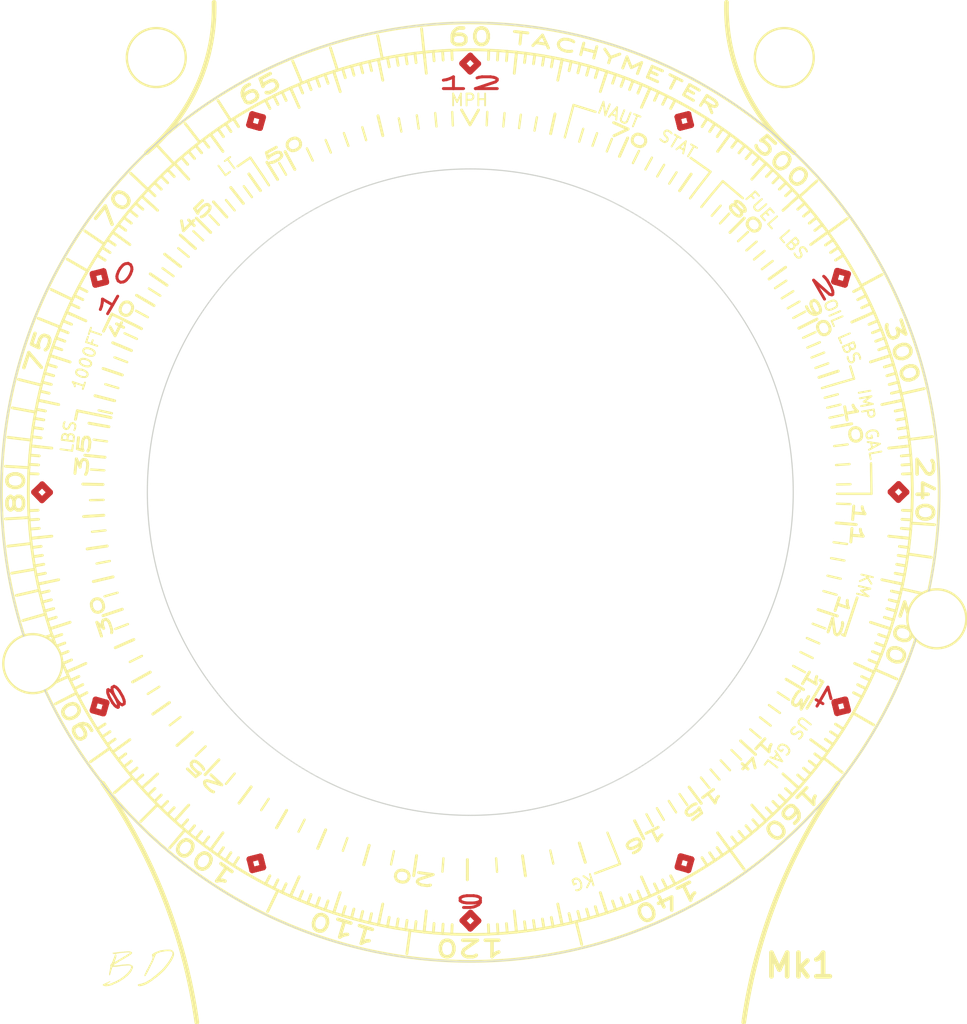
<source format=kicad_pcb>
(kicad_pcb (version 20211014) (generator pcbnew)
  (layers (0 "F.Cu" signal) (31 "B.Cu" signal) (34 "B.Paste" user) (35 "F.Paste" user) (36 "B.SilkS" user "B.Silkscreen") (37 "F.SilkS" user "F.Silkscreen") (38 "B.Mask" user) (39 "F.Mask" user) (44 "Edge.Cuts" user))
  (net 0 "")
  (footprint "BartLib_Logo:BD_small 3.5x2.6" (layer "F.Cu") (at 185.929147 120.156866)
    (fp_text reference "G***" hide)
    (fp_text value "LOGO" hide)
  )
  (gr_line (start 200 81.5) (end 199.66 81.83) (layer "F.Cu") (width 0.25))
  (gr_line (start 209.25 83.97853) (end 208.790551 84.094318) (layer "F.Cu") (width 0.25))
  (gr_line (start 199.66 81.83) (end 199.99 82.17) (layer "F.Cu") (width 0.25))
  (gr_line (start 215.905682 108.790551) (end 215.446233 108.906339) (layer "F.Cu") (width 0.25))
  (gr_line (start 218.16 100.33) (end 217.83 99.99) (layer "F.Cu") (width 0.25))
  (gr_line (start 184.437979 90.634212) (end 184.553767 91.093661) (layer "F.Cu") (width 0.25))
  (gr_line (start 216.02147 90.75) (end 215.565682 90.620551) (layer "F.Cu") (width 0.25))
  (gr_line (start 181.84 99.67) (end 182.17 100.01) (layer "F.Cu") (width 0.25))
  (gr_line (start 200 81.5) (end 199.66 81.83) (layer "F.Cu") (width 0.25))
  (gr_line (start 181.5 100) (end 181.83 100.34) (layer "F.Cu") (width 0.25))
  (gr_line (start 190.620551 84.434318) (end 191.076339 84.563767) (layer "F.Cu") (width 0.25))
  (gr_line (start 181.5 100) (end 181.83 100.34) (layer "F.Cu") (width 0.25))
  (gr_line (start 184.434318 109.379449) (end 184.563767 108.923661) (layer "F.Cu") (width 0.25))
  (gr_line (start 209.25 83.97853) (end 209.365788 84.437979) (layer "F.Cu") (width 0.25))
  (gr_line (start 209.25 116.02147) (end 209.379449 115.565682) (layer "F.Cu") (width 0.25))
  (gr_line (start 191.205788 84.107979) (end 191.076339 84.563767) (layer "F.Cu") (width 0.25))
  (gr_line (start 209.379449 115.565682) (end 208.923661 115.436233) (layer "F.Cu") (width 0.25))
  (gr_line (start 181.5 100) (end 181.83 100.34) (layer "F.Cu") (width 0.25))
  (gr_line (start 190.620551 84.434318) (end 191.076339 84.563767) (layer "F.Cu") (width 0.25))
  (gr_line (start 190.75 116.02147) (end 191.209449 115.905682) (layer "F.Cu") (width 0.25))
  (gr_line (start 209.25 83.97853) (end 208.790551 84.094318) (layer "F.Cu") (width 0.25))
  (gr_line (start 209.379449 115.565682) (end 208.923661 115.436233) (layer "F.Cu") (width 0.25))
  (gr_line (start 190.75 83.97853) (end 190.620551 84.434318) (layer "F.Cu") (width 0.25))
  (gr_line (start 216.02147 109.25) (end 215.562021 109.365788) (layer "F.Cu") (width 0.25))
  (gr_line (start 200 118.5) (end 200.34 118.17) (layer "F.Cu") (width 0.25))
  (gr_line (start 200 81.5) (end 200.33 81.84) (layer "F.Cu") (width 0.25))
  (gr_line (start 208.790551 84.094318) (end 208.906339 84.553767) (layer "F.Cu") (width 0.25))
  (gr_line (start 218.5 100) (end 218.17 99.66) (layer "F.Cu") (width 0.25))
  (gr_line (start 218.5 100) (end 218.17 99.66) (layer "F.Cu") (width 0.25))
  (gr_line (start 200.33 81.84) (end 199.99 82.17) (layer "F.Cu") (width 0.25))
  (gr_line (start 209.25 116.02147) (end 209.379449 115.565682) (layer "F.Cu") (width 0.25))
  (gr_line (start 215.892021 91.205788) (end 215.436233 91.076339) (layer "F.Cu") (width 0.25))
  (gr_line (start 216.02147 90.75) (end 215.565682 90.620551) (layer "F.Cu") (width 0.25))
  (gr_line (start 183.97853 109.25) (end 184.434318 109.379449) (layer "F.Cu") (width 0.25))
  (gr_line (start 215.565682 90.620551) (end 215.436233 91.076339) (layer "F.Cu") (width 0.25))
  (gr_line (start 184.437979 90.634212) (end 184.553767 91.093661) (layer "F.Cu") (width 0.25))
  (gr_line (start 208.794212 115.892021) (end 208.923661 115.436233) (layer "F.Cu") (width 0.25))
  (gr_line (start 190.75 116.02147) (end 190.634212 115.562021) (layer "F.Cu") (width 0.25))
  (gr_line (start 215.562021 109.365788) (end 215.446233 108.906339) (layer "F.Cu") (width 0.25))
  (gr_line (start 200 118.5) (end 200.34 118.17) (layer "F.Cu") (width 0.25))
  (gr_line (start 190.75 83.97853) (end 191.205788 84.107979) (layer "F.Cu") (width 0.25))
  (gr_line (start 190.634212 115.562021) (end 191.093661 115.446233) (layer "F.Cu") (width 0.25))
  (gr_line (start 181.83 100.34) (end 182.17 100.01) (layer "F.Cu") (width 0.25))
  (gr_line (start 218.5 100) (end 218.17 99.66) (layer "F.Cu") (width 0.25))
  (gr_line (start 215.892021 91.205788) (end 215.436233 91.076339) (layer "F.Cu") (width 0.25))
  (gr_line (start 218.17 99.66) (end 217.83 99.99) (layer "F.Cu") (width 0.25))
  (gr_line (start 200.34 118.17) (end 200.01 117.83) (layer "F.Cu") (width 0.25))
  (gr_line (start 190.75 116.02147) (end 191.209449 115.905682) (layer "F.Cu") (width 0.25))
  (gr_line (start 200.33 81.84) (end 199.99 82.17) (layer "F.Cu") (width 0.25))
  (gr_line (start 215.892021 91.205788) (end 215.436233 91.076339) (layer "F.Cu") (width 0.25))
  (gr_line (start 215.905682 108.790551) (end 215.446233 108.906339) (layer "F.Cu") (width 0.25))
  (gr_line (start 209.365788 84.437979) (end 208.906339 84.553767) (layer "F.Cu") (width 0.25))
  (gr_line (start 190.75 116.02147) (end 191.209449 115.905682) (layer "F.Cu") (width 0.25))
  (gr_line (start 191.209449 115.905682) (end 191.093661 115.446233) (layer "F.Cu") (width 0.25))
  (gr_line (start 218.5 100) (end 218.16 100.33) (layer "F.Cu") (width 0.25))
  (gr_line (start 183.97853 90.75) (end 184.094318 91.209449) (layer "F.Cu") (width 0.25))
  (gr_line (start 218.16 100.33) (end 217.83 99.99) (layer "F.Cu") (width 0.25))
  (gr_line (start 183.97853 90.75) (end 184.094318 91.209449) (layer "F.Cu") (width 0.25))
  (gr_line (start 190.75 83.97853) (end 190.620551 84.434318) (layer "F.Cu") (width 0.25))
  (gr_line (start 181.83 100.34) (end 182.17 100.01) (layer "F.Cu") (width 0.25))
  (gr_line (start 209.379449 115.565682) (end 208.923661 115.436233) (layer "F.Cu") (width 0.25))
  (gr_line (start 209.25 83.97853) (end 208.790551 84.094318) (layer "F.Cu") (width 0.25))
  (gr_line (start 183.97853 109.25) (end 184.434318 109.379449) (layer "F.Cu") (width 0.25))
  (gr_line (start 190.634212 115.562021) (end 191.093661 115.446233) (layer "F.Cu") (width 0.25))
  (gr_line (start 199.67 118.16) (end 200.01 117.83) (layer "F.Cu") (width 0.25))
  (gr_line (start 215.562021 109.365788) (end 215.446233 108.906339) (layer "F.Cu") (width 0.25))
  (gr_line (start 215.562021 109.365788) (end 215.446233 108.906339) (layer "F.Cu") (width 0.25))
  (gr_line (start 184.434318 109.379449) (end 184.563767 108.923661) (layer "F.Cu") (width 0.25))
  (gr_line (start 216.02147 109.25) (end 215.905682 108.790551) (layer "F.Cu") (width 0.25))
  (gr_line (start 209.365788 84.437979) (end 208.906339 84.553767) (layer "F.Cu") (width 0.25))
  (gr_line (start 216.02147 109.25) (end 215.905682 108.790551) (layer "F.Cu") (width 0.25))
  (gr_line (start 218.17 99.66) (end 217.83 99.99) (layer "F.Cu") (width 0.25))
  (gr_line (start 216.02147 109.25) (end 215.905682 108.790551) (layer "F.Cu") (width 0.25))
  (gr_line (start 200.33 81.84) (end 199.99 82.17) (layer "F.Cu") (width 0.25))
  (gr_line (start 200 81.5) (end 199.66 81.83) (layer "F.Cu") (width 0.25))
  (gr_line (start 209.365788 84.437979) (end 208.906339 84.553767) (layer "F.Cu") (width 0.25))
  (gr_line (start 218.16 100.33) (end 217.83 99.99) (layer "F.Cu") (width 0.25))
  (gr_line (start 183.97853 109.25) (end 184.434318 109.379449) (layer "F.Cu") (width 0.25))
  (gr_line (start 184.107979 108.794212) (end 184.563767 108.923661) (layer "F.Cu") (width 0.25))
  (gr_line (start 181.84 99.67) (end 182.17 100.01) (layer "F.Cu") (width 0.25))
  (gr_line (start 190.634212 115.562021) (end 191.093661 115.446233) (layer "F.Cu") (width 0.25))
  (gr_line (start 208.794212 115.892021) (end 208.923661 115.436233) (layer "F.Cu") (width 0.25))
  (gr_line (start 191.205788 84.107979) (end 191.076339 84.563767) (layer "F.Cu") (width 0.25))
  (gr_line (start 190.75 83.97853) (end 190.620551 84.434318) (layer "F.Cu") (width 0.25))
  (gr_line (start 200.34 118.17) (end 200.01 117.83) (layer "F.Cu") (width 0.25))
  (gr_line (start 184.094318 91.209449) (end 184.553767 91.093661) (layer "F.Cu") (width 0.25))
  (gr_line (start 208.794212 115.892021) (end 208.923661 115.436233) (layer "F.Cu") (width 0.25))
  (gr_line (start 191.209449 115.905682) (end 191.093661 115.446233) (layer "F.Cu") (width 0.25))
  (gr_line (start 200.34 118.17) (end 200.01 117.83) (layer "F.Cu") (width 0.25))
  (gr_line (start 181.84 99.67) (end 182.17 100.01) (layer "F.Cu") (width 0.25))
  (gr_line (start 184.107979 108.794212) (end 184.563767 108.923661) (layer "F.Cu") (width 0.25))
  (gr_line (start 191.209449 115.905682) (end 191.093661 115.446233) (layer "F.Cu") (width 0.25))
  (gr_line (start 216.02147 90.75) (end 215.565682 90.620551) (layer "F.Cu") (width 0.25))
  (gr_line (start 184.094318 91.209449) (end 184.553767 91.093661) (layer "F.Cu") (width 0.25))
  (gr_line (start 199.66 81.83) (end 199.99 82.17) (layer "F.Cu") (width 0.25))
  (gr_line (start 215.565682 90.620551) (end 215.436233 91.076339) (layer "F.Cu") (width 0.25))
  (gr_line (start 183.97853 90.75) (end 184.437979 90.634212) (layer "F.Cu") (width 0.25))
  (gr_line (start 181.83 100.34) (end 182.17 100.01) (layer "F.Cu") (width 0.25))
  (gr_line (start 181.5 100) (end 181.84 99.67) (layer "F.Cu") (width 0.25))
  (gr_line (start 199.67 118.16) (end 200.01 117.83) (layer "F.Cu") (width 0.25))
  (gr_line (start 190.620551 84.434318) (end 191.076339 84.563767) (layer "F.Cu") (width 0.25))
  (gr_line (start 184.107979 108.794212) (end 184.563767 108.923661) (layer "F.Cu") (width 0.25))
  (gr_line (start 209.25 116.02147) (end 208.794212 115.892021) (layer "F.Cu") (width 0.25))
  (gr_line (start 200 118.5) (end 200.34 118.17) (layer "F.Cu") (width 0.25))
  (gr_line (start 183.97853 109.25) (end 184.107979 108.794212) (layer "F.Cu") (width 0.25))
  (gr_line (start 216.02147 90.75) (end 215.892021 91.205788) (layer "F.Cu") (width 0.25))
  (gr_line (start 191.205788 84.107979) (end 191.076339 84.563767) (layer "F.Cu") (width 0.25))
  (gr_line (start 199.66 81.83) (end 199.99 82.17) (layer "F.Cu") (width 0.25))
  (gr_line (start 209.25 116.02147) (end 209.379449 115.565682) (layer "F.Cu") (width 0.25))
  (gr_line (start 184.434318 109.379449) (end 184.563767 108.923661) (layer "F.Cu") (width 0.25))
  (gr_line (start 208.790551 84.094318) (end 208.906339 84.553767) (layer "F.Cu") (width 0.25))
  (gr_line (start 184.094318 91.209449) (end 184.553767 91.093661) (layer "F.Cu") (width 0.25))
  (gr_line (start 215.565682 90.620551) (end 215.436233 91.076339) (layer "F.Cu") (width 0.25))
  (gr_line (start 215.905682 108.790551) (end 215.446233 108.906339) (layer "F.Cu") (width 0.25))
  (gr_line (start 199.67 118.16) (end 200.01 117.83) (layer "F.Cu") (width 0.25))
  (gr_line (start 218.17 99.66) (end 217.83 99.99) (layer "F.Cu") (width 0.25))
  (gr_line (start 208.790551 84.094318) (end 208.906339 84.553767) (layer "F.Cu") (width 0.25))
  (gr_line (start 200 118.5) (end 199.67 118.16) (layer "F.Cu") (width 0.25))
  (gr_line (start 184.437979 90.634212) (end 184.553767 91.093661) (layer "F.Cu") (width 0.25))
  (gr_line (start 183.97853 90.75) (end 184.094318 91.209449) (layer "F.Cu") (width 0.25))
  (gr_line (start 197.26094 81.451121) (end 197.320394 81.846703) (layer "F.SilkS") (width 0.12))
  (gr_line (start 217.574059 106.535734) (end 217.198766 106.397261) (layer "F.SilkS") (width 0.12))
  (gr_line (start 195.718416 81.745373) (end 195.810762 82.134592) (layer "F.SilkS") (width 0.12))
  (gr_line (start 204.662941 118.160957) (end 204.562464 117.773757) (layer "F.SilkS") (width 0.12))
  (gr_line (start 218.684264 98.431039) (end 218.28573 98.465536) (layer "F.SilkS") (width 0.12))
  (gr_line (start 181.745373 104.281584) (end 182.134592 104.189238) (layer "F.SilkS") (width 0.12))
  (gr_line (start 184.168832 110.046765) (end 184.506032 109.831554) (layer "F.SilkS") (width 0.12))
  (gr_line (start 202.350001 118.602173) (end 202.298845 118.205433) (layer "F.SilkS") (width 0.12))
  (gr_line (start 215.831168 110.046765) (end 215.492867 109.83329) (layer "F.SilkS") (width 0.12))
  (gr_line (start 187.453786 86.066017) (end 188.056019 86.734864) (layer "F.SilkS") (width 0.12))
  (gr_line (start 181.745373 95.718416) (end 182.135062 95.808761) (layer "F.SilkS") (width 0.12))
  (gr_line (start 188.353465 114.69427) (end 188.601133 114.380136) (layer "F.SilkS") (width 0.12))
  (gr_line (start 218.713024 98.822676) (end 218.313855 98.84882) (layer "F.SilkS") (width 0.12))
  (gr_line (start 181.352692 101.959911) (end 181.750416 101.917075) (layer "F.SilkS") (width 0.12))
  (gr_line (start 207.983372 83.034472) (end 207.813981 83.396861) (layer "F.SilkS") (width 0.12))
  (gr_line (start 215.169087 111.020987) (end 214.440953 110.491967) (layer "F.SilkS") (width 0.12))
  (gr_line (start 209.673519 87.083576) (end 210.19 86.42) (layer "F.SilkS") (width 0.1))
  (gr_circle (center 200 100) (end 200 80.11) (layer "F.SilkS") (width 0.12) (fill none))
  (gr_line (start 198.040089 81.352692) (end 198.134167 82.247785) (layer "F.SilkS") (width 0.12))
  (gr_line (start 206.535734 117.574059) (end 206.395334 117.199483) (layer "F.SilkS") (width 0.12))
  (gr_line (start 198.431039 118.684264) (end 198.463488 118.285558) (layer "F.SilkS") (width 0.12))
  (gr_line (start 213.396379 86.881296) (end 213.111293 87.161912) (layer "F.SilkS") (width 0.12))
  (gr_line (start 213.933983 112.546214) (end 213.63602 112.27931) (layer "F.SilkS") (width 0.12))
  (gr_line (start 183.205384 108.33692) (end 183.563232 108.158135) (layer "F.SilkS") (width 0.12))
  (gr_line (start 216.616337 108.686811) (end 216.261359 108.502393) (layer "F.SilkS") (width 0.12))
  (gr_line (start 218.733576 100.785169) (end 218.333861 100.769445) (layer "F.SilkS") (width 0.12))
  (gr_line (start 182.715045 107.265926) (end 183.083413 107.109963) (layer "F.SilkS") (width 0.12))
  (gr_line (start 194.205924 117.832332) (end 194.32856 117.45157) (layer "F.SilkS") (width 0.12))
  (gr_line (start 182.292921 106.166257) (end 182.670355 106.033732) (layer "F.SilkS") (width 0.12))
  (gr_line (start 186.066017 87.453786) (end 186.734864 88.056019) (layer "F.SilkS") (width 0.12))
  (gr_line (start 217.43333 93.097656) (end 217.061776 93.24587) (layer "F.SilkS") (width 0.12))
  (gr_line (start 192.373679 117.128998) (end 192.535444 116.763141) (layer "F.SilkS") (width 0.12))
  (gr_line (start 218.733576 99.214831) (end 218.333947 99.232609) (layer "F.SilkS") (width 0.12))
  (gr_line (start 213.668179 112.835274) (end 213.375871 112.562189) (layer "F.SilkS") (width 0.12))
  (gr_line (start 181.352692 101.959911) (end 182.247785 101.865833) (layer "F.SilkS") (width 0.12))
  (gr_line (start 210.046765 115.831168) (end 209.831554 115.493968) (layer "F.SilkS") (width 0.12))
  (gr_line (start 186.603621 86.881296) (end 186.890146 87.160443) (layer "F.SilkS") (width 0.12))
  (gr_line (start 186.603621 113.118704) (end 186.888707 112.838088) (layer "F.SilkS") (width 0.12))
  (gr_line (start 183.034472 92.016628) (end 183.396861 92.186019) (layer "F.SilkS") (width 0.12))
  (gr_line (start 215.169087 111.020987) (end 214.844857 110.786691) (layer "F.SilkS") (width 0.12))
  (gr_line (start 201.568961 81.315736) (end 201.536512 81.714442) (layer "F.SilkS") (width 0.12))
  (gr_line (start 198.040089 81.352692) (end 198.082925 81.750416) (layer "F.SilkS") (width 0.12))
  (gr_line (start 189.953235 115.831168) (end 190.16671 115.492867) (layer "F.SilkS") (width 0.12))
  (gr_line (start 186.066017 112.546214) (end 186.362604 112.277782) (layer "F.SilkS") (width 0.12))
  (gr_line (start 181.94068 105.042253) (end 182.325691 104.933689) (layer "F.SilkS") (width 0.12))
  (gr_line (start 215.617292 110.376104) (end 215.283535 110.155591) (layer "F.SilkS") (width 0.12))
  (gr_line (start 201.177324 81.286976) (end 201.153232 81.686274) (layer "F.SilkS") (width 0.12))
  (gr_line (start 201.959911 81.352692) (end 201.865833 82.247785) (layer "F.SilkS") (width 0.12))
  (gr_line (start 216.965528 92.016628) (end 216.604014 92.18788) (layer "F.SilkS") (width 0.12))
  (gr_line (start 189.623896 115.617292) (end 189.844409 115.283535) (layer "F.SilkS") (width 0.12))
  (gr_line (start 196.873082 81.512552) (end 196.940807 81.906802) (layer "F.SilkS") (width 0.12))
  (gr_line (start 184.168832 89.953235) (end 184.507133 90.16671) (layer "F.SilkS") (width 0.12))
  (gr_line (start 218.160957 95.337059) (end 217.773757 95.437536) (layer "F.SilkS") (width 0.12))
  (gr_line (start 217.707079 106.166257) (end 217.328969 106.035674) (layer "F.SilkS") (width 0.12))
  (gr_line (start 212.251651 114.193675) (end 211.98949 113.891531) (layer "F.SilkS") (width 0.12))
  (gr_line (start 190.67 85.82) (end 190.13 86.19) (layer "F.SilkS") (width 0.1))
  (gr_line (start 207.626321 117.128998) (end 207.260249 116.306786) (layer "F.SilkS") (width 0.12))
  (gr_line (start 214.193675 87.748349) (end 213.891531 88.01051) (layer "F.SilkS") (width 0.12))
  (gr_line (start 216.708746 92.560787) (end 216.186061 92.793501) (layer "F.SilkS") (width 0.12))
  (gr_line (start 217.832332 94.205924) (end 217.452205 94.330516) (layer "F.SilkS") (width 0.12))
  (gr_line (start 186.331821 87.164726) (end 186.624129 87.437811) (layer "F.SilkS") (width 0.12))
  (gr_line (start 182.425941 106.535734) (end 182.800517 106.395334) (layer "F.SilkS") (width 0.12))
  (gr_line (start 210.376104 115.617292) (end 210.153878 115.284673) (layer "F.SilkS") (width 0.12))
  (gr_line (start 218.254627 104.281584) (end 217.864938 104.191239) (layer "F.SilkS") (width 0.12))
  (gr_line (start 181.65971 103.898349) (end 182.540065 103.711224) (layer "F.SilkS") (width 0.12))
  (gr_line (start 214.955 108.04) (end 214.285 109.16) (layer "F.SilkS") (width 0.12))
  (gr_line (start 207.626321 82.871002) (end 207.260249 83.693214) (layer "F.SilkS") (width 0.12))
  (gr_line (start 214.447141 88.048286) (end 214.139573 88.304062) (layer "F.SilkS") (width 0.12))
  (gr_line (start 184.79 92.45) (end 184.44 93.18) (layer "F.SilkS") (width 0.12))
  (gr_line (start 213.118704 86.603621) (end 212.839557 86.890146) (layer "F.SilkS") (width 0.12))
  (gr_line (start 181.397827 97.649999) (end 181.794825 97.699115) (layer "F.SilkS") (width 0.12))
  (gr_line (start 203.513404 118.417909) (end 203.437437 118.025164) (layer "F.SilkS") (width 0.12))
  (gr_line (start 218.34029 103.898349) (end 217.459935 103.711224) (layer "F.SilkS") (width 0.12))
  (gr_line (start 210.376104 84.382708) (end 210.155591 84.716465) (layer "F.SilkS") (width 0.12))
  (gr_line (start 203.513404 81.582091) (end 203.439457 81.975221) (layer "F.SilkS") (width 0.12))
  (gr_line (start 185.30573 88.353465) (end 185.619864 88.601133) (layer "F.SilkS") (width 0.12))
  (gr_line (start 201.959911 118.647308) (end 201.865833 117.752215) (layer "F.SilkS") (width 0.12))
  (gr_line (start 181.266424 100.785169) (end 181.666053 100.767391) (layer "F.SilkS") (width 0.12))
  (gr_line (start 212.546214 86.066017) (end 211.943981 86.734864) (layer "F.SilkS") (width 0.12))
  (gr_line (start 213.933983 112.546214) (end 213.265136 111.943981) (layer "F.SilkS") (width 0.12))
  (gr_line (start 182.56667 93.097656) (end 182.93898 93.243958) (layer "F.SilkS") (width 0.12))
  (gr_line (start 193.464266 117.574059) (end 193.602739 117.198766) (layer "F.SilkS") (width 0.12))
  (gr_line (start 215.396567 110.700893) (end 215.067502 110.473439) (layer "F.SilkS") (width 0.12))
  (gr_line (start 188.979013 84.830913) (end 189.214972 85.153934) (layer "F.SilkS") (width 0.12))
  (gr_line (start 185.30573 111.646535) (end 185.618587 111.397256) (layer "F.SilkS") (width 0.12))
  (gr_line (start 196.873082 118.487448) (end 196.93878 118.092855) (layer "F.SilkS") (width 0.12))
  (gr_line (start 198.431039 81.315736) (end 198.465536 81.71427) (layer "F.SilkS") (width 0.12))
  (gr_line (start 199.99 84.43) (end 200.35 83.8) (layer "F.SilkS") (width 0.12))
  (gr_line (start 218.160957 104.662941) (end 217.773246 104.564455) (layer "F.SilkS") (width 0.12))
  (gr_line (start 188.048286 114.447141) (end 188.302478 114.138263) (layer "F.SilkS") (width 0.12))
  (gr_line (start 215.472771 95.423857) (end 216.278221 95.191394) (layer "F.SilkS") (width 0.1))
  (gr_line (start 218.487448 103.126918) (end 218.092855 103.06122) (layer "F.SilkS") (width 0.12))
  (gr_line (start 216.965528 107.983372) (end 216.603139 107.813981) (layer "F.SilkS") (width 0.12))
  (gr_line (start 188.979013 115.169087) (end 189.213309 114.844857) (layer "F.SilkS") (width 0.12))
  (gr_line (start 203.898349 81.65971) (end 203.816185 82.051205) (layer "F.SilkS") (width 0.12))
  (gr_line (start 206.166257 82.292921) (end 206.035674 82.671031) (layer "F.SilkS") (width 0.12))
  (gr_line (start 197.26094 118.548879) (end 197.31836 118.152997) (layer "F.SilkS") (width 0.12))
  (gr_line (start 183.034472 107.983372) (end 183.395986 107.81212) (layer "F.SilkS") (width 0.12))
  (gr_circle (center 213.32 81.58) (end 214.52 81.58) (layer "F.SilkS") (width 0.2) (fill none))
  (gr_line (start 181.582091 96.486596) (end 181.975221 96.560543) (layer "F.SilkS") (width 0.12))
  (gr_line (start 207.626321 82.871002) (end 207.464556 83.236859) (layer "F.SilkS") (width 0.12))
  (gr_line (start 193.097656 117.43333) (end 193.243958 117.06102) (layer "F.SilkS") (width 0.12))
  (gr_line (start 202.73906 81.451121) (end 202.68164 81.847003) (layer "F.SilkS") (width 0.12))
  (gr_line (start 193.833743 82.292921) (end 193.966268 82.670355) (layer "F.SilkS") (width 0.12))
  (gr_line (start 214.69427 111.646535) (end 214.380136 111.398867) (layer "F.SilkS") (width 0.12))
  (gr_line (start 215.396567 89.299107) (end 215.068675 89.52825) (layer "F.SilkS") (width 0.12))
  (gr_line (start 210.046765 84.168832) (end 209.83329 84.507133) (layer "F.SilkS") (width 0.12))
  (gr_line (start 207.626321 117.128998) (end 207.462678 116.763977) (layer "F.SilkS") (width 0.12))
  (gr_line (start 214.193675 112.251651) (end 213.890188 111.991046) (layer "F.SilkS") (width 0.12))
  (gr_line (start 194.205924 82.167668) (end 194.330516 82.547795) (layer "F.SilkS") (width 0.12))
  (gr_line (start 196.101651 81.65971) (end 196.185826 82.050778) (layer "F.SilkS") (width 0.12))
  (gr_line (start 211.336247 85.065046) (end 211.095212 85.384298) (layer "F.SilkS") (width 0.12))
  (gr_line (start 188.979013 84.830913) (end 189.508033 85.559047) (layer "F.SilkS") (width 0.12))
  (gr_line (start 215.169087 88.979013) (end 214.440953 89.508033) (layer "F.SilkS") (width 0.12))
  (gr_line (start 192.734074 117.284955) (end 192.888141 116.91579) (layer "F.SilkS") (width 0.12))
  (gr_line (start 211.646535 114.69427) (end 211.397256 114.381413) (layer "F.SilkS") (width 0.12))
  (gr_line (start 218.487448 96.873082) (end 218.093198 96.940807) (layer "F.SilkS") (width 0.12))
  (gr_line (start 216.278221 95.191394) (end 216.12 94.67) (layer "F.SilkS") (width 0.1))
  (gr_line (start 193.097656 82.56667) (end 193.24587 82.938224) (layer "F.SilkS") (width 0.12))
  (gr_line (start 182.425941 93.464266) (end 182.801234 93.602739) (layer "F.SilkS") (width 0.12))
  (gr_line (start 182.871002 107.626321) (end 183.236023 107.462678) (layer "F.SilkS") (width 0.12))
  (gr_line (start 200.785169 81.266424) (end 200.769445 81.666139) (layer "F.SilkS") (width 0.12))
  (gr_line (start 216.794616 91.66308) (end 216.436768 91.841865) (layer "F.SilkS") (width 0.12))
  (gr_line (start 194.957747 118.05932) (end 195.064331 117.673756) (layer "F.SilkS") (width 0.12))
  (gr_line (start 195.337059 81.839043) (end 195.437536 82.226243) (layer "F.SilkS") (width 0.12))
  (gr_line (start 205.419353 82.050237) (end 205.304718 82.433484) (layer "F.SilkS") (width 0.12))
  (gr_line (start 192.734074 82.715045) (end 192.890037 83.083413) (layer "F.SilkS") (width 0.12))
  (gr_line (start 189.299107 84.603433) (end 189.52825 84.931325) (layer "F.SilkS") (width 0.12))
  (gr_line (start 185.552859 88.048286) (end 185.861737 88.302478) (layer "F.SilkS") (width 0.12))
  (gr_line (start 211.951714 85.552859) (end 211.697522 85.861737) (layer "F.SilkS") (width 0.12))
  (gr_line (start 204.662941 81.839043) (end 204.564455 82.226754) (layer "F.SilkS") (width 0.12))
  (gr_line (start 201.959911 118.647308) (end 201.917075 118.249584) (layer "F.SilkS") (width 0.12))
  (gr_line (start 181.65971 103.898349) (end 182.050778 103.814174) (layer "F.SilkS") (width 0.12))
  (gr_line (start 210.19 86.42) (end 209.35 85.83) (layer "F.SilkS") (width 0.1))
  (gr_line (start 192.373679 117.128998) (end 192.739751 116.306786) (layer "F.SilkS") (width 0.12))
  (gr_line (start 185.065046 111.336247) (end 185.383055 111.093575) (layer "F.SilkS") (width 0.12))
  (gr_line (start 213.668179 87.164726) (end 213.377278 87.43931) (layer "F.SilkS") (width 0.12))
  (gr_line (start 210.700893 84.603433) (end 210.473439 84.932498) (layer "F.SilkS") (width 0.12))
  (gr_line (start 201.959911 81.352692) (end 201.91912 81.750631) (layer "F.SilkS") (width 0.12))
  (gr_line (start 197.649999 118.602173) (end 197.699115 118.205175) (layer "F.SilkS") (width 0.12))
  (gr_line (start 187.748349 85.806325) (end 188.01051 86.108469) (layer "F.SilkS") (width 0.12))
  (gr_line (start 204.281584 81.745373) (end 204.191239 82.135062) (layer "F.SilkS") (width 0.12))
  (gr_line (start 217.949763 105.419353) (end 217.566516 105.304718) (layer "F.SilkS") (width 0.12))
  (gr_line (start 205.794076 117.832332) (end 205.669484 117.452205) (layer "F.SilkS") (width 0.12))
  (gr_line (start 185.806325 112.251651) (end 186.108469 111.98949) (layer "F.SilkS") (width 0.12))
  (gr_line (start 184.830913 111.020987) (end 185.559047 110.491967) (layer "F.SilkS") (width 0.12))
  (gr_line (start 195.718416 118.254627) (end 195.808761 117.864938) (layer "F.SilkS") (width 0.12))
  (gr_line (start 206.902344 117.43333) (end 206.75413 117.061776) (layer "F.SilkS") (width 0.12))
  (gr_line (start 217.128998 92.373679) (end 216.306786 92.739751) (layer "F.SilkS") (width 0.12))
  (gr_line (start 188.979013 115.169087) (end 189.508033 114.440953) (layer "F.SilkS") (width 0.12))
  (gr_line (start 217.128998 107.626321) (end 216.306786 107.260249) (layer "F.SilkS") (width 0.12))
  (gr_line (start 205.419353 117.949763) (end 205.30275 117.56711) (layer "F.SilkS") (width 0.12))
  (gr_arc (start 213.73 85.61) (mid 211.567613 82.753826) (end 210.87 79.24) (layer "F.SilkS") (width 0.2))
  (gr_line (start 181.451121 97.26094) (end 181.847003 97.31836) (layer "F.SilkS") (width 0.12))
  (gr_line (start 181.352692 98.040089) (end 182.247785 98.134167) (layer "F.SilkS") (width 0.12))
  (gr_line (start 218.548879 102.73906) (end 218.152997 102.68164) (layer "F.SilkS") (width 0.12))
  (gr_circle (center 181.44 107.27) (end 182.64 107.27) (layer "F.SilkS") (width 0.2) (fill none))
  (gr_line (start 218.684264 101.568961) (end 218.285558 101.536512) (layer "F.SilkS") (width 0.12))
  (gr_line (start 184.76 96.84) (end 183.33 96.55) (layer "F.SilkS") (width 0.12))
  (gr_line (start 208.686811 83.383663) (end 208.502393 83.738641) (layer "F.SilkS") (width 0.12))
  (gr_line (start 215.831168 89.953235) (end 215.493968 90.168446) (layer "F.SilkS") (width 0.12))
  (gr_line (start 182.292921 93.833743) (end 182.671031 93.964326) (layer "F.SilkS") (width 0.12))
  (gr_line (start 191.313189 83.383663) (end 191.499429 83.737689) (layer "F.SilkS") (width 0.12))
  (gr_line (start 204.38 83.59) (end 205.31 83.88) (layer "F.SilkS") (width 0.1))
  (gr_arc (start 184.41 112.34) (mid 187.002229 117.169764) (end 188.4 122.47) (layer "F.SilkS") (width 0.2))
  (gr_line (start 196.101651 81.65971) (end 196.288776 82.540065) (layer "F.SilkS") (width 0.12))
  (gr_line (start 217.02 100.07) (end 215.56 100.07) (layer "F.SilkS") (width 0.1))
  (gr_line (start 206.902344 82.56667) (end 206.756042 82.93898) (layer "F.SilkS") (width 0.12))
  (gr_line (start 218.602173 97.649999) (end 218.205433 97.701155) (layer "F.SilkS") (width 0.12))
  (gr_line (start 184.603433 89.299107) (end 184.932498 89.526561) (layer "F.SilkS") (width 0.12))
  (gr_line (start 198.822676 118.713024) (end 198.846768 118.313726) (layer "F.SilkS") (width 0.12))
  (gr_line (start 181.65971 96.101651) (end 182.051205 96.183815) (layer "F.SilkS") (width 0.12))
  (gr_line (start 218.254627 95.718416) (end 217.865408 95.810762) (layer "F.SilkS") (width 0.12))
  (gr_line (start 187.453786 113.933983) (end 187.72069 113.63602) (layer "F.SilkS") (width 0.12))
  (gr_line (start 186.881296 113.396379) (end 187.160443 113.109854) (layer "F.SilkS") (width 0.12))
  (gr_line (start 191.313189 116.616337) (end 191.497607 116.261359) (layer "F.SilkS") (width 0.12))
  (gr_line (start 188.353465 85.30573) (end 188.602744 85.618587) (layer "F.SilkS") (width 0.12))
  (gr_line (start 194.205924 117.832332) (end 194.484046 116.976359) (layer "F.SilkS") (width 0.12))
  (gr_line (start 203.898349 81.65971) (end 203.711224 82.540065) (layer "F.SilkS") (width 0.12))
  (gr_line (start 217.832332 105.794076) (end 216.976359 105.515954) (layer "F.SilkS") (width 0.12))
  (gr_line (start 198.040089 118.647308) (end 198.08088 118.249369) (layer "F.SilkS") (width 0.12))
  (gr_line (start 183.33 96.55) (end 183.25 96.92) (layer "F.SilkS") (width 0.12))
  (gr_circle (center 200 100) (end 199.97 81.25) (layer "F.SilkS") (width 0.12) (fill none))
  (gr_line (start 217.284955 107.265926) (end 216.91579 107.111859) (layer "F.SilkS") (width 0.12))
  (gr_line (start 187.164726 113.668179) (end 187.437811 113.375871) (layer "F.SilkS") (width 0.12))
  (gr_line (start 206.535734 82.425941) (end 206.397261 82.801234) (layer "F.SilkS") (width 0.12))
  (gr_line (start 181.397827 102.350001) (end 181.794567 102.298845) (layer "F.SilkS") (width 0.12))
  (gr_line (start 185.065046 88.663753) (end 185.384298 88.904788) (layer "F.SilkS") (width 0.12))
  (gr_line (start 196.101651 118.34029) (end 196.288776 117.459935) (layer "F.SilkS") (width 0.12))
  (gr_line (start 218.417909 103.513404) (end 218.024779 103.439457) (layer "F.SilkS") (width 0.12))
  (gr_line (start 189.623896 84.382708) (end 189.846122 84.715327) (layer "F.SilkS") (width 0.12))
  (gr_line (start 216.794616 108.33692) (end 216.435854 108.159976) (layer "F.SilkS") (width 0.12))
  (gr_line (start 181.315736 101.568961) (end 181.71427 101.534464) (layer "F.SilkS") (width 0.12))
  (gr_line (start 205.794076 117.832332) (end 205.515954 116.976359) (layer "F.SilkS") (width 0.12))
  (gr_line (start 199.214831 118.733576) (end 199.230555 118.333861) (layer "F.SilkS") (width 0.12))
  (gr_line (start 210.16 87.47) (end 210.71 86.82) (layer "F.SilkS") (width 0.1))
  (gr_line (start 184.382708 110.376104) (end 184.715327 110.153878) (layer "F.SilkS") (width 0.12))
  (gr_line (start 213.118704 113.396379) (end 212.838088 113.111293) (layer "F.SilkS") (width 0.12))
  (gr_line (start 211.020987 84.830913) (end 210.786691 85.155143) (layer "F.SilkS") (width 0.12))
  (gr_line (start 207.265926 82.715045) (end 207.111859 83.08421) (layer "F.SilkS") (width 0.12))
  (gr_line (start 198.822676 81.286976) (end 198.84882 81.686145) (layer "F.SilkS") (width 0.12))
  (gr_line (start 215.88 106.08) (end 216.41 104.48) (layer "F.SilkS") (width 0.12))
  (gr_line (start 201.177324 118.713024) (end 201.15118 118.313855) (layer "F.SilkS") (width 0.12))
  (gr_line (start 191.66308 83.205384) (end 191.841865 83.563232) (layer "F.SilkS") (width 0.12))
  (gr_line (start 188.663753 114.934954) (end 188.904788 114.615702) (layer "F.SilkS") (width 0.12))
  (gr_line (start 215.79 106.04) (end 215.88 106.08) (layer "F.SilkS") (width 0.12))
  (gr_line (start 213.933983 87.453786) (end 213.265136 88.056019) (layer "F.SilkS") (width 0.12))
  (gr_line (start 204.281584 118.254627) (end 204.189238 117.865408) (layer "F.SilkS") (width 0.12))
  (gr_line (start 192.373679 82.871002) (end 192.739751 83.693214) (layer "F.SilkS") (width 0.12))
  (gr_line (start 196.486596 118.417909) (end 196.560543 118.024779) (layer "F.SilkS") (width 0.12))
  (gr_line (start 181.286976 101.177324) (end 181.686145 101.15118) (layer "F.SilkS") (width 0.12))
  (gr_line (start 199.214831 81.266424) (end 199.232609 81.666053) (layer "F.SilkS") (width 0.12))
  (gr_line (start 189.299107 115.396567) (end 189.526561 115.067502) (layer "F.SilkS") (width 0.12))
  (gr_line (start 181.286976 98.822676) (end 181.686274 98.846768) (layer "F.SilkS") (width 0.12))
  (gr_line (start 183.383663 108.686811) (end 183.737689 108.500571) (layer "F.SilkS") (width 0.12))
  (gr_line (start 185.552859 111.951714) (end 185.860427 111.695938) (layer "F.SilkS") (width 0.12))
  (gr_line (start 185.272085 92.68194) (end 184.79 92.45) (layer "F.SilkS") (width 0.12))
  (gr_line (start 183.383663 91.313189) (end 183.738641 91.497607) (layer "F.SilkS") (width 0.12))
  (gr_line (start 197.649999 81.397827) (end 197.701155 81.794567) (layer "F.SilkS") (width 0.12))
  (gr_line (start 218.34029 96.101651) (end 217.459935 96.288776) (layer "F.SilkS") (width 0.12))
  (gr_line (start 182.56667 106.902344) (end 182.938224 106.75413) (layer "F.SilkS") (width 0.12))
  (gr_line (start 187.748349 114.193675) (end 188.008954 113.890188) (layer "F.SilkS") (width 0.12))
  (gr_line (start 181.839043 104.662941) (end 182.226243 104.562464) (layer "F.SilkS") (width 0.12))
  (gr_line (start 184.830913 88.979013) (end 185.559047 89.508033) (layer "F.SilkS") (width 0.12))
  (gr_line (start 192.016628 116.965528) (end 192.186019 116.603139) (layer "F.SilkS") (width 0.12))
  (gr_line (start 217.02 100.07) (end 217 98.78) (layer "F.SilkS") (width 0.1))
  (gr_line (start 181.582091 103.513404) (end 181.974836 103.437437) (layer "F.SilkS") (width 0.12))
  (gr_line (start 203.898349 118.34029) (end 203.814174 117.949222) (layer "F.SilkS") (width 0.12))
  (gr_line (start 217.128998 107.626321) (end 216.763141 107.464556) (layer "F.SilkS") (width 0.12))
  (gr_line (start 199.63 83.8) (end 199.99 84.43) (layer "F.SilkS") (width 0.12))
  (gr_line (start 181.451121 102.73906) (end 181.846703 102.679606) (layer "F.SilkS") (width 0.12))
  (gr_line (start 212.835274 86.331821) (end 212.562189 86.624129) (layer "F.SilkS") (width 0.12))
  (gr_line (start 218.647308 98.040089) (end 217.752215 98.134167) (layer "F.SilkS") (width 0.12))
  (gr_line (start 206.166257 117.707079) (end 206.033732 117.329645) (layer "F.SilkS") (width 0.12))
  (gr_line (start 211.336247 114.934954) (end 211.093575 114.616945) (layer "F.SilkS") (width 0.12))
  (gr_line (start 217.284955 92.734074) (end 216.916587 92.890037) (layer "F.SilkS") (width 0.12))
  (gr_line (start 208.33692 83.205384) (end 208.159976 83.564146) (layer "F.SilkS") (width 0.12))
  (gr_line (start 205.794076 82.167668) (end 205.67144 82.54843) (layer "F.SilkS") (width 0.12))
  (gr_line (start 204.16 84.41) (end 204.38 83.59) (layer "F.SilkS") (width 0.1))
  (gr_line (start 181.94068 94.957747) (end 182.326244 95.064331) (layer "F.SilkS") (width 0.12))
  (gr_line (start 216.616337 91.313189) (end 216.262311 91.499429) (layer "F.SilkS") (width 0.12))
  (gr_line (start 218.34029 96.101651) (end 217.949222 96.185826) (layer "F.SilkS") (width 0.12))
  (gr_line (start 191.14 86.51) (end 190.67 85.82) (layer "F.SilkS") (width 0.1))
  (gr_line (start 212.546214 113.933983) (end 212.277782 113.637396) (layer "F.SilkS") (width 0.12))
  (gr_line (start 182.871002 92.373679) (end 183.693214 92.739751) (layer "F.SilkS") (width 0.12))
  (gr_line (start 212.546214 113.933983) (end 211.943981 113.265136) (layer "F.SilkS") (width 0.12))
  (gr_line (start 205.29 116.16) (end 206.35 115.76) (layer "F.SilkS") (width 0.1))
  (gr_line (start 194.205924 82.167668) (end 194.484046 83.023641) (layer "F.SilkS") (width 0.12))
  (gr_line (start 211.020987 115.169087) (end 210.491967 114.440953) (layer "F.SilkS") (width 0.12))
  (gr_line (start 212.546214 86.066017) (end 212.27931 86.36398) (layer "F.SilkS") (width 0.12))
  (gr_line (start 217.832332 94.205924) (end 216.976359 94.484046) (layer "F.SilkS") (width 0.12))
  (gr_line (start 184.603433 110.700893) (end 184.931325 110.47175) (layer "F.SilkS") (width 0.12))
  (gr_line (start 181.352692 98.040089) (end 181.750631 98.08088) (layer "F.SilkS") (width 0.12))
  (gr_line (start 217.128998 92.373679) (end 216.763977 92.537322) (layer "F.SilkS") (width 0.12))
  (gr_line (start 192.016628 83.034472) (end 192.18788 83.395986) (layer "F.SilkS") (width 0.12))
  (gr_line (start 213.396379 113.118704) (end 213.109854 112.839557) (layer "F.SilkS") (width 0.12))
  (gr_line (start 208.33692 116.794616) (end 208.158135 116.436768) (layer "F.SilkS") (width 0.12))
  (gr_line (start 214.83 107.97) (end 214.955 108.04) (layer "F.SilkS") (width 0.12))
  (gr_line (start 207.983372 116.965528) (end 207.81212 116.604014) (layer "F.SilkS") (width 0.12))
  (gr_line (start 217.574059 93.464266) (end 217.199483 93.604666) (layer "F.SilkS") (width 0.12))
  (gr_line (start 194.580647 82.050237) (end 194.69725 82.43289) (layer "F.SilkS") (width 0.12))
  (gr_line (start 182.050237 105.419353) (end 182.43289 105.30275) (layer "F.SilkS") (width 0.12))
  (gr_line (start 181.65971 96.101651) (end 182.540065 96.288776) (layer "F.SilkS") (width 0.12))
  (gr_line (start 187.453786 113.933983) (end 188.056019 113.265136) (layer "F.SilkS") (width 0.12))
  (gr_line (start 218.05932 105.042253) (end 217.673756 104.935669) (layer "F.SilkS") (width 0.12))
  (gr_line (start 192.373679 82.871002) (end 192.537322 83.236023) (layer "F.SilkS") (width 0.12))
  (gr_line (start 193.833743 117.707079) (end 193.964326 117.328969) (layer "F.SilkS") (width 0.12))
  (gr_line (start 218.647308 101.959911) (end 217.752215 101.865833) (layer "F.SilkS") (width 0.12))
  (gr_line (start 205.042253 118.05932) (end 204.933689 117.674309) (layer "F.SilkS") (width 0.12))
  (gr_line (start 184.830913 111.020987) (end 185.153934 110.785028) (layer "F.SilkS") (width 0.12))
  (gr_line (start 212.835274 113.668179) (end 212.56069 113.377278) (layer "F.SilkS") (width 0.12))
  (gr_line (start 186.066017 112.546214) (end 186.734864 111.943981) (layer "F.SilkS") (width 0.12))
  (gr_circle (center 219.79 105.37) (end 220.99 105.37) (layer "F.SilkS") (width 0.2) (fill none))
  (gr_line (start 182.715045 92.734074) (end 183.08421 92.888141) (layer "F.SilkS") (width 0.12))
  (gr_line (start 218.417909 96.486596) (end 218.025164 96.562563) (layer "F.SilkS") (width 0.12))
  (gr_line (start 186.066017 87.453786) (end 186.36398 87.72069) (layer "F.SilkS") (width 0.12))
  (gr_circle (center 186.68 81.58) (end 187.88 81.58) (layer "F.SilkS") (width 0.2) (fill none))
  (gr_line (start 205.794076 82.167668) (end 205.515954 83.023641) (layer "F.SilkS") (width 0.12))
  (gr_line (start 218.647308 98.040089) (end 218.249584 98.082925) (layer "F.SilkS") (width 0.12))
  (gr_line (start 182.050237 94.580647) (end 182.433484 94.695282) (layer "F.SilkS") (width 0.12))
  (gr_line (start 218.647308 101.959911) (end 218.249369 101.91912) (layer "F.SilkS") (width 0.12))
  (gr_line (start 218.05932 94.957747) (end 217.674309 95.066311) (layer "F.SilkS") (width 0.12))
  (gr_line (start 181.512552 103.126918) (end 181.906802 103.059193) (layer "F.SilkS") (width 0.12))
  (gr_line (start 211.646535 85.30573) (end 211.398867 85.619864) (layer "F.SilkS") (width 0.12))
  (gr_line (start 207.265926 117.284955) (end 207.109963 116.916587) (layer "F.SilkS") (width 0.12))
  (gr_line (start 182.871002 107.626321) (end 183.693214 107.260249) (layer "F.SilkS") (width 0.12))
  (gr_line (start 213.933983 87.453786) (end 213.637396 87.722218) (layer "F.SilkS") (width 0.12))
  (gr_line (start 218.548879 97.26094) (end 218.153297 97.320394) (layer "F.SilkS") (width 0.12))
  (gr_line (start 212.251651 85.806325) (end 211.991046 86.109812) (layer "F.SilkS") (width 0.12))
  (gr_line (start 182.167668 94.205924) (end 182.54843 94.32856) (layer "F.SilkS") (width 0.12))
  (gr_line (start 184.382708 89.623896) (end 184.716465 89.844409) (layer "F.SilkS") (width 0.12))
  (gr_line (start 181.839043 95.337059) (end 182.226754 95.435545) (layer "F.SilkS") (width 0.12))
  (gr_line (start 196.101651 118.34029) (end 196.183815 117.948795) (layer "F.SilkS") (width 0.12))
  (gr_line (start 182.167668 105.794076) (end 183.023641 105.515954) (layer "F.SilkS") (width 0.12))
  (gr_line (start 217.707079 93.833743) (end 217.329645 93.966268) (layer "F.SilkS") (width 0.12))
  (gr_line (start 215.617292 89.623896) (end 215.284673 89.846122) (layer "F.SilkS") (width 0.12))
  (gr_line (start 184.830913 88.979013) (end 185.155143 89.213309) (layer "F.SilkS") (width 0.12))
  (gr_line (start 214.447141 111.951714) (end 214.138263 111.697522) (layer "F.SilkS") (width 0.12))
  (gr_line (start 193.464266 82.425941) (end 193.604666 82.800517) (layer "F.SilkS") (width 0.12))
  (gr_line (start 200.785169 118.733576) (end 200.767391 118.333947) (layer "F.SilkS") (width 0.12))
  (gr_line (start 218.713024 101.177324) (end 218.313726 101.153232) (layer "F.SilkS") (width 0.12))
  (gr_line (start 217.43333 106.902344) (end 217.06102 106.756042) (layer "F.SilkS") (width 0.12))
  (gr_line (start 218.34029 103.898349) (end 217.948795 103.816185) (layer "F.SilkS") (width 0.12))
  (gr_line (start 206.03675 114.967311) (end 206.35 115.76) (layer "F.SilkS") (width 0.1))
  (gr_line (start 198.040089 118.647308) (end 198.134167 117.752215) (layer "F.SilkS") (width 0.12))
  (gr_arc (start 211.6 122.47) (mid 212.997749 117.169755) (end 215.59 112.34) (layer "F.SilkS") (width 0.2))
  (gr_line (start 218.602173 102.350001) (end 218.205175 102.300885) (layer "F.SilkS") (width 0.12))
  (gr_line (start 211.020987 115.169087) (end 210.785028 114.846066) (layer "F.SilkS") (width 0.12))
  (gr_line (start 214.934954 88.663753) (end 214.616945 88.906425) (layer "F.SilkS") (width 0.12))
  (gr_line (start 187.164726 86.331821) (end 187.43931 86.622722) (layer "F.SilkS") (width 0.12))
  (gr_line (start 194.580647 117.949763) (end 194.695282 117.566516) (layer "F.SilkS") (width 0.12))
  (gr_line (start 186.881296 86.603621) (end 187.161912 86.888707) (layer "F.SilkS") (width 0.12))
  (gr_line (start 202.73906 118.548879) (end 202.679606 118.153297) (layer "F.SilkS") (width 0.12))
  (gr_line (start 188.663753 85.065046) (end 188.906425 85.383055) (layer "F.SilkS") (width 0.12))
  (gr_line (start 208.686811 116.616337) (end 208.500571 116.262311) (layer "F.SilkS") (width 0.12))
  (gr_line (start 182.871002 92.373679) (end 183.236859 92.535444) (layer "F.SilkS") (width 0.12))
  (gr_line (start 182.167668 94.205924) (end 183.023641 94.484046) (layer "F.SilkS") (width 0.12))
  (gr_line (start 211.951714 114.447141) (end 211.695938 114.139573) (layer "F.SilkS") (width 0.12))
  (gr_line (start 211.020987 84.830913) (end 210.491967 85.559047) (layer "F.SilkS") (width 0.12))
  (gr_line (start 185.806325 87.748349) (end 186.109812 88.008954) (layer "F.SilkS") (width 0.12))
  (gr_line (start 189.953235 84.168832) (end 190.168446 84.506032) (layer "F.SilkS") (width 0.12))
  (gr_line (start 188.048286 85.552859) (end 188.304062 85.860427) (layer "F.SilkS") (width 0.12))
  (gr_line (start 186.331821 112.835274) (end 186.622722 112.56069) (layer "F.SilkS") (width 0.12))
  (gr_line (start 195.337059 118.160957) (end 195.435545 117.773246) (layer "F.SilkS") (width 0.12))
  (gr_line (start 196.486596 81.582091) (end 196.562563 81.974836) (layer "F.SilkS") (width 0.12))
  (gr_line (start 181.512552 96.873082) (end 181.907145 96.93878) (layer "F.SilkS") (width 0.12))
  (gr_line (start 202.350001 81.397827) (end 202.300885 81.794825) (layer "F.SilkS") (width 0.12))
  (gr_line (start 191.66308 116.794616) (end 191.840024 116.435854) (layer "F.SilkS") (width 0.12))
  (gr_line (start 214.69427 88.353465) (end 214.381413 88.602744) (layer "F.SilkS") (width 0.12))
  (gr_arc (start 189.13 79.24) (mid 188.43238 82.753823) (end 186.27 85.61) (layer "F.SilkS") (width 0.2))
  (gr_line (start 203.126918 81.512552) (end 203.06122 81.907145) (layer "F.SilkS") (width 0.12))
  (gr_line (start 203.126918 118.487448) (end 203.059193 118.093198) (layer "F.SilkS") (width 0.12))
  (gr_line (start 181.266424 99.214831) (end 181.666139 99.230555) (layer "F.SilkS") (width 0.12))
  (gr_line (start 215.169087 88.979013) (end 214.846066 89.214972) (layer "F.SilkS") (width 0.12))
  (gr_line (start 210.71 86.82) (end 211.56 87.54) (layer "F.SilkS") (width 0.1))
  (gr_line (start 210.700893 115.396567) (end 210.47175 115.068675) (layer "F.SilkS") (width 0.12))
  (gr_line (start 181.315736 98.431039) (end 181.714442 98.463488) (layer "F.SilkS") (width 0.12))
  (gr_line (start 217.949763 94.580647) (end 217.56711 94.69725) (layer "F.SilkS") (width 0.12))
  (gr_line (start 194.957747 81.94068) (end 195.066311 82.325691) (layer "F.SilkS") (width 0.12))
  (gr_line (start 217.832332 105.794076) (end 217.45157 105.67144) (layer "F.SilkS") (width 0.12))
  (gr_line (start 205.042253 81.94068) (end 204.935669 82.326244) (layer "F.SilkS") (width 0.12))
  (gr_line (start 183.205384 91.66308) (end 183.564146 91.840024) (layer "F.SilkS") (width 0.12))
  (gr_line (start 187.453786 86.066017) (end 187.722218 86.362604) (layer "F.SilkS") (width 0.12))
  (gr_line (start 182.167668 105.794076) (end 182.547795 105.669484) (layer "F.SilkS") (width 0.12))
  (gr_line (start 203.898349 118.34029) (end 203.711224 117.459935) (layer "F.SilkS") (width 0.12))
  (gr_line (start 214.934954 111.336247) (end 214.615702 111.095212) (layer "F.SilkS") (width 0.12))
  (gr_line (start 201.568961 118.684264) (end 201.534464 118.28573) (layer "F.SilkS") (width 0.12))
  (gr_circle (center 200 100) (end 213.7 100) (layer "Edge.Cuts") (width 0.05) (fill none))
  (gr_circle (center 200 100) (end 219.9 100) (layer "Edge.Cuts") (width 0.05) (fill none))
  (gr_text "4" (at 215.007952 108.665261 240) (layer "F.Cu") (effects (font (size 0.5 1.5) (thickness 0.125))))
  (gr_text "8" (at 184.991688 108.664637 120) (layer "F.Cu") (effects (font (size 0.5 1.5) (thickness 0.125))))
  (gr_text "10" (at 184.992048 91.334739 60) (layer "F.Cu") (effects (font (size 0.5 1.5) (thickness 0.125))))
  (gr_text "12" (at 200.00036 82.670102) (layer "F.Cu") (effects (font (size 0.5 1.5) (thickness 0.125))))
  (gr_text "6" (at 199.99964 117.329898 180) (layer "F.Cu") (effects (font (size 0.5 1.5) (thickness 0.125))))
  (gr_text "2" (at 215.008312 91.335363 300) (layer "F.Cu") (effects (font (size 0.5 1.5) (thickness 0.125))))
  (gr_text "20" (at 197.59 116.32 171.83) (layer "F.SilkS") (effects (font (size 0.5 1) (thickness 0.125))))
  (gr_text "|" (at 216.72 109.64 -120) (layer "F.SilkS") (effects (font (size 0.7 1) (thickness 0.12))))
  (gr_text "|" (at 181.18 104.28 -257.1) (layer "F.SilkS") (effects (font (size 0.7 1) (thickness 0.12))))
  (gr_text "70" (at 184.91 88 -308.4) (layer "F.SilkS") (effects (font (size 0.7 1))))
  (gr_text "|" (at 185.190071 93.817027 67.35) (layer "F.SilkS") (effects (font (size 0.6 1) (thickness 0.125))))
  (gr_text "|" (at 184.211225 101.654038 95.92) (layer "F.SilkS") (effects (font (size 0.4 1) (thickness 0.1))))
  (gr_text "|" (at 208.077253 113.667391 210.67) (layer "F.SilkS") (effects (font (size 0.4 1) (thickness 0.1))))
  (gr_text "|" (at 184.26 111.17 -234.9) (layer "F.SilkS") (effects (font (size 0.7 1) (thickness 0.12))))
  (gr_text "160" (at 213.62 113.63 225) (layer "F.SilkS") (effects (font (size 0.7 1))))
  (gr_text "|" (at 186.175966 91.85206 59.529) (layer "F.SilkS") (effects (font (size 0.6 1) (thickness 0.125))))
  (gr_text "|" (at 199.876404 116.045133 179.85) (layer "F.SilkS") (effects (font (size 0.6 1) (thickness 0.125))))
  (gr_text "|" (at 215.87 99.67 271.09) (layer "F.SilkS") (effects (font (size 0.4 1) (thickness 0.1))))
  (gr_text "|" (at 209.566582 112.881394 216.81) (layer "F.SilkS") (effects (font (size 0.6 1) (thickness 0.125))))
  (gr_text "H" (at 205.02 81.31 345) (layer "F.SilkS") (effects (font (size 0.5 1) (thickness 0.125))))
  (gr_text "80" (at 211.67 88.34 -44.91) (layer "F.SilkS") (effects (font (size 0.5 1) (thickness 0.125))))
  (gr_text "|" (at 200.71 84.14 -2.58) (layer "F.SilkS") (effects (font (size 0.4 1) (thickness 0.1))))
  (gr_text "|" (at 205.909087 85.269112 -21.85) (layer "F.SilkS") (effects (font (size 0.4 1) (thickness 0.1))))
  (gr_text "|" (at 184.791529 94.8837 71.41) (layer "F.SilkS") (effects (font (size 0.6 1) (thickness 0.125))))
  (gr_text "|" (at 188.5446 110.993782 133.84) (layer "F.SilkS") (effects (font (size 0.4 1) (thickness 0.1))))
  (gr_text "|" (at 211.59 89.15 -46.92) (layer "F.SilkS") (effects (font (size 0.4 1) (thickness 0.1))))
  (gr_text "120" (at 199.97 119.31 180) (layer "F.SilkS") (effects (font (size 0.7 1))))
  (gr_text "|" (at 185.789786 107.082213 116.45) (layer "F.SilkS") (effects (font (size 0.4 1) (thickness 0.1))))
  (gr_text "|" (at 209.057034 113.052097 214.74) (layer "F.SilkS") (effects (font (size 0.4 1) (thickness 0.1))))
  (gr_text "|" (at 195.493291 84.779607 16.47) (layer "F.SilkS") (effects (font (size 0.4 1) (thickness 0.1))))
  (gr_text "|" (at 214.566527 106.309681 246.57) (layer "F.SilkS") (effects (font (size 0.4 1) (thickness 0.1))))
  (gr_text "|" (at 215.285519 104.279596 254.32) (layer "F.SilkS") (effects (font (size 0.4 1) (thickness 0.1))))
  (gr_text "|" (at 187.812321 89.826322 50.28) (layer "F.SilkS") (effects (font (size 0.4 1) (thickness 0.1))))
  (gr_text "100" (at 188.7 115.61 144) (layer "F.SilkS") (effects (font (size 0.7 1))))
  (gr_text "11" (at 216.43 101.37 265.326) (layer "F.SilkS") (effects (font (size 0.5 1) (thickness 0.125))))
  (gr_text "|" (at 184.402933 102.978105 100.81) (layer "F.SilkS") (effects (font (size 0.4 1) (thickness 0.1))))
  (gr_text "|" (at 211.8154 110.858415 227.59) (layer "F.SilkS") (effects (font (size 0.6 1) (thickness 0.125))))
  (gr_text "|" (at 186.011868 107.860329 119.22) (layer "F.SilkS") (effects (font (size 0.6 1) (thickness 0.125))))
  (gr_text "R" (at 210.11 83.56 327) (layer "F.SilkS") (effects (font (size 0.5 1) (thickness 0.125))))
  (gr_text "|" (at 215.24 94.99 -71.78) (layer "F.SilkS") (effects (font (size 0.6 1) (thickness 0.125))))
  (gr_text "LT" (at 189.7 86.22 36.52) (layer "F.SilkS") (effects (font (size 0.5 0.5) (thickness 0.08))))
  (gr_text "|" (at 190.548921 87.241393 36.52) (layer "F.SilkS") (effects (font (size 0.4 1) (thickness 0.1))))
  (gr_text "|" (at 181.45 105.32 -254.1) (layer "F.SilkS") (effects (font (size 0.7 1) (thickness 0.12))))
  (gr_text "|" (at 184.034773 98.475607 84.33) (layer "F.SilkS") (effects (font (size 0.6 1) (thickness 0.125))))
  (gr_text "A" (at 203.02 80.9 351) (layer "F.SilkS") (effects (font (size 0.5 1) (thickness 0.125))))
  (gr_text "|" (at 186.04375 92.435734 61.45) (layer "F.SilkS") (effects (font (size 0.4 1) (thickness 0.1))))
  (gr_text "65" (at 191.06 82.93 -332.4) (layer "F.SilkS") (effects (font (size 0.7 1))))
  (gr_text "|" (at 196.176211 84.428676 13.669) (layer "F.SilkS") (effects (font (size 0.6 1) (thickness 0.125))))
  (gr_text "|" (at 189.014189 111.692369 136.94) (layer "F.SilkS") (effects (font (size 0.6 1) (thickness 0.125))))
  (gr_text "|" (at 205.29 85.03 -19.57) (layer "F.SilkS") (effects (font (size 0.4 1) (thickness 0.1))))
  (gr_text "16" (at 207.39 114.75 206.719) (layer "F.SilkS") (effects (font (size 0.5 1) (thickness 0.125))))
  (gr_text "|" (at 188.18 84.73 -322.2) (layer "F.SilkS") (effects (font (size 0.7 1) (thickness 0.12))))
  (gr_text "|" (at 215.42 111.6 -127.8) (layer "F.SilkS") (effects (font (size 0.7 1) (thickness 0.12))))
  (gr_text "|" (at 214.818637 105.690083 249.11) (layer "F.SilkS") (effects (font (size 0.4 1) (thickness 0.1))))
  (gr_text "|" (at 204.62 118.74 -166.2) (layer "F.SilkS") (effects (font (size 0.7 1) (thickness 0.12))))
  (gr_text "|" (at 202.78 84.37 -10.09) (layer "F.SilkS") (effects (font (size 0.4 1) (thickness 0.1))))
  (gr_text "|" (at 214.291348 106.917653 244.07) (layer "F.SilkS") (effects (font (size 0.4 1) (thickness 0.1))))
  (gr_text "KG" (at 204.78 116.52 197.24) (layer "F.SilkS") (effects (font (size 0.5 0.5) (thickness 0.08))))
  (gr_text "|" (at 189.360739 87.986173 41.54) (layer "F.SilkS") (effects (font (size 0.6 1) (thickness 0.125))))
  (gr_text "|" (at 181.74 106.23 -251.04) (layer "F.SilkS") (effects (font (size 0.7 1) (thickness 0.12))))
  (gr_text "|" (at 197.76774 84.283832 8.02) (layer "F.SilkS") (effects (font (size 0.4 1) (thickness 0.1))))
  (gr_text "|" (at 215.83 98.83 274.07) (layer "F.SilkS") (effects (font (size 0.4 1) (thickness 0.1))))
  (gr_text "90" (at 214.76 92.63 -63.33) (layer "F.SilkS") (effects (font (size 0.5 1) (thickness 0.125))))
  (gr_text "|" (at 182.62 91.6 -295.8) (layer "F.SilkS") (effects (font (size 0.7 1) (thickness 0.12))))
  (gr_text "140" (at 208.32 117.36 205.74) (layer "F.SilkS") (effects (font (size 0.7 1))))
  (gr_text "|" (at 197.016342 84.410548 10.79) (layer "F.SilkS") (effects (font (size 0.4 1) (thickness 0.1))))
  (gr_text "E" (at 207.8 82.29 336) (layer "F.SilkS") (effects (font (size 0.5 1) (thickness 0.125))))
  (gr_text "|" (at 202.11 84.26 -7.63) (layer "F.SilkS") (effects (font (size 0.4 1) (thickness 0.1))))
  (gr_text "|" (at 211.95 89.55 -48.84) (layer "F.SilkS") (effects (font (size 0.4 1) (thickness 0.1))))
  (gr_text "|" (at 185.25 112.45 -229.8) (layer "F.SilkS") (effects (font (size 0.7 1) (thickness 0.12))))
  (gr_text "|" (at 186.584952 91.507603 57.64) (layer "F.SilkS") (effects (font (size 0.4 1) (thickness 0.1))))
  (gr_text "|" (at 209.51403 87.294262 -36.96) (layer "F.SilkS") (effects (font (size 0.4 1) (thickness 0.1))))
  (gr_text "|" (at 180.73 98.93 -273.3) (layer "F.SilkS") (effects (font (size 0.7 1) (thickness 0.12))))
  (gr_text "|" (at 181.27 95.33 -284.1) (layer "F.SilkS") (effects (font (size 0.7 1) (thickness 0.12))))
  (gr_text "FUEL LBS" (at 212.98 88.69 -48.84) (layer "F.SilkS") (effects (font (size 0.5 0.5) (thickness 0.08))))
  (gr_text "|" (at 186.851129 109.188372 124.91) (layer "F.SilkS") (effects (font (size 0.6 1) (thickness 0.125))))
  (gr_text "|" (at 192.830319 114.164861 153.41) (layer "F.SilkS") (effects (font (size 0.4 1) (thickness 0.1))))
  (gr_text "Mk1" (at 213.99 120.07) (layer "F.SilkS") (effects (font (size 1 1) (thickness 0.2))))
  (gr_text "|" (at 183.98378 101.009812 93.53) (layer "F.SilkS") (effects (font (size 0.6 1) (thickness 0.125))))
  (gr_text "|" (at 215.460518 103.612981 256.99) (layer "F.SilkS") (effects (font (size 0.4 1) (thickness 0.1))))
  (gr_text "|" (at 209.983033 112.342839 218.91) (layer "F.SilkS") (effects (font (size 0.4 1) (thickness 0.1))))
  (gr_text "|" (at 187.54 114.74 -220.32) (layer "F.SilkS") (effects (font (size 0.7 1) (thickness 0.12))))
  (gr_text "|" (at 213.060336 90.692486 -54.39) (layer "F.SilkS") (effects (font (size 0.6 1) (thickness 0.125))))
  (gr_text "110" (at 194.57 118.49 163.68) (layer "F.SilkS") (effects (font (size 0.7 1))))
  (gr_text "|" (at 207.58 86.05 -28.51) (layer "F.SilkS") (effects (font (size 0.4 1) (thickness 0.1))))
  (gr_text "|" (at 219.16 97.7 -83.04) (layer "F.SilkS") (effects (font (size 0.7 1) (thickness 0.12))))
  (gr_text "|" (at 206.52 85.34 -24.04) (layer "F.SilkS") (effects (font (size 0.6 1) (thickness 0.125))))
  (gr_text "|" (at 184.02 89.18 -304.2) (layer "F.SilkS") (effects (font (size 0.7 1) (thickness 0.12))))
  (gr_text "|" (at 191.974913 113.894564 149.98) (layer "F.SilkS") (effects (font (size 0.6 1) (thickness 0.125))))
  (gr_text "|" (at 183.29 90.35 -300) (layer "F.SilkS") (effects (font (size 0.7 1) (thickness 0.12))))
  (gr_text "|" (at 219.11 102.7 -98.16) (layer "F.SilkS") (effects (font (size 0.7 1) (thickness 0.12))))
  (gr_text "60" (at 200 80.71) (layer "F.SilkS") (effects (font (size 0.7 1))))
  (gr_text "STAT" (at 208.8 85.24 -30.66) (layer "F.SilkS") (effects (font (size 0.5 0.5) (thickness 0.08))))
  (gr_text "|" (at 208.09 86.35 -30.66) (layer "F.SilkS") (effects (font (size 0.4 1) (thickness 0.1))))
  (gr_text "50" (at 192.11 85.51 28.51) (layer "F.SilkS") (effects (font (size 0.5 1) (thickness 0.125))))
  (gr_text "|" (at 210.838412 111.599442 223.19) (layer "F.SilkS") (effects (font (size 0.4 1) (thickness 0.1))))
  (gr_text "|" (at 187.455895 109.726078 127.83) (layer "F.SilkS") (effects (font (size 0.4 1) (thickness 0.1))))
  (gr_text "|" (at 184.20591 97.146338 79.87) (layer "F.SilkS") (effects (font (size 0.6 1) (thickness 0.125))))
  (gr_text "|" (at 185.571351 93.374423 65.36) (layer "F.SilkS") (effects (font (size 0.4 1) (thickness 0.1))))
  (gr_text "|" (at 214.37 87.11 -48) (layer "F.SilkS") (effects (font (size 0.7 1) (thickness 0.12))))
  (gr_text "70" (at 206.71 84.92 -24.04) (layer "F.SilkS") (effects (font (size 0.5 1) (thickness 0.125))))
  (gr_text "|" (at 190.421756 112.872187 143.32) (layer "F.SilkS") (effects (font (size 0.6 1) (thickness 0.125))))
  (gr_text "25" (at 188.71 112.02 136.94) (layer "F.SilkS") (effects (font (size 0.5 1) (thickness 0.125))))
  (gr_text "|" (at 210.45 88.05 -41.02) (layer "F.SilkS") (effects (font (size 0.4 1) (thickness 0.1))))
  (gr_text "|" (at 190.828975 86.832622 34.89) (layer "F.SilkS") (effects (font (size 0.6 1) (thickness 0.125))))
  (gr_text "|" (at 185.628846 92.861468 63.46) (layer "F.SilkS") (effects (font (size 0.6 1) (thickness 0.125))))
  (gr_text "|" (at 214.77 94.18 -68.46) (layer "F.SilkS") (effects (font (size 0.4 1) (thickness 0.1))))
  (gr_text "13" (at 214.19 108.4 239.18) (layer "F.SilkS") (effects (font (size 0.5 1) (thickness 0.125))))
  (gr_text "|" (at 212.115645 110.25795 229.84) (layer "F.SilkS") (effects (font (size 0.4 1) (thickness 0.1))))
  (gr_text "500" (at 213.2 85.98 -43.2) (layer "F.SilkS") (effects (font (size 0.7 1))))
  (gr_text "|" (at 189.802288 112.167276 140.1) (layer "F.SilkS") (effects (font (size 0.4 1) (thickness 0.1))))
  (gr_text "|" (at 180.83 102.24 -263.4) (layer "F.SilkS") (effects (font (size 0.7 1) (thickness 0.12))))
  (gr_text "|" (at 186.34 113.64 -225) (layer "F.SilkS") (effects (font (size 0.7 1) (thickness 0.12))))
  (gr_text "|" (at 180.83 97.73 -276.9) (layer "F.SilkS") (effects (font (size 0.7 1) (thickness 0.12))))
  (gr_text "|" (at 191.577242 86.345016 31.66) (layer "F.SilkS") (effects (font (size 0.6 1) (thickness 0.125))))
  (gr_text "T" (at 208.6 82.68 333) (layer "F.SilkS") (effects (font (size 0.5 1) (thickness 0.125))))
  (gr_text "|" (at 211.35 115.62 -144) (layer "F.SilkS") (effects (font (size 0.7 1) (thickness 0.12))))
  (gr_text "|" (at 213.19 91.18 -56.279) (layer "F.SilkS") (effects (font (size 0.4 1) (thickness 0.1))))
  (gr_text "|" (at 201.117611 115.835387 184.02) (layer "F.SilkS") (effects (font (size 0.4 1) (thickness 0.1))))
  (gr_text "|" (at 185.92 86.79 -313.2) (layer "F.SilkS") (effects (font (size 0.7 1) (thickness 0.12))))
  (gr_text "|" (at 215.200991 105.127488 251.69) (layer "F.SilkS") (effects (font (size 0.6 1) (thickness 0.125))))
  (gr_text "|" (at 213.98 92.47 -61.65) (layer "F.SilkS") (effects (font (size 0.4 1) (thickness 0.1))))
  (gr_text "|" (at 187.34 90.15 52.09) (layer "F.SilkS") (effects (font (size 0.6 1) (thickness 0.125))))
  (gr_text "|" (at 184.162089 99.057445 86.58) (layer "F.SilkS") (effects (font (size 0.4 1) (thickness 0.1))))
  (gr_text "|" (at 193.964125 85.314901 22.37) (layer "F.SilkS") (effects (font (size 0.4 1) (thickness 0.1))))
  (gr_text "|" (at 198.536283 84.190498 5.3) (layer "F.SilkS") (effects (font (size 0.4 1) (thickness 0.1))))
  (gr_text "|" (at 205.936705 114.723864 201.91) (layer "F.SilkS") (effects (font (size 0.4 1) (thickness 0.1))))
  (gr_text "10" (at 216.24 97.09 -79.8) (layer "F.SilkS") (effects (font (size 0.5 1) (thickness 0.125))))
  (gr_text "35" (at 183.583792 98.425273 84.33) (layer "F.SilkS") (effects (font (size 0.5 1) (thickness 0.125))))
  (gr_text "|" (at 184.279701 97.808685 82.5) (layer "F.SilkS") (effects (font (size 0.4 1) (thickness 0.1))))
  (gr_text "|" (at 202.283558 115.881368 188.3) (layer "F.SilkS") (effects (font (size 0.6 1) (thickness 0.125))))
  (gr_text "80" (at 180.73 99.99 -270) (layer "F.SilkS") (effects (font (size 0.7 1))))
  (gr_text "|" (at 195.585001 115.425205 164.2) (layer "F.SilkS") (effects (font (size 0.6 1) (thickness 0.125))))
  (gr_text "|" (at 214.406231 93.3275 -65.06) (layer "F.SilkS") (effects (font (size 0.4 1) (thickness 0.1))))
  (gr_text "|" (at 187.986637 89.360568 48.49) (layer "F.SilkS") (effects (font (size 0.6 1) (thickness 0.125))))
  (gr_text "T" (at 202.13 80.78 -6) (layer "F.SilkS") (effects (font (size 0.5 1) (thickness 0.125))))
  (gr_text "1000FT" (at 183.75 94.36 71.41) (layer "F.SilkS") (effects (font (size 0.5 0.5) (thickness 0.08))))
  (gr_text "|" (at 210 87.67 -39) (layer "F.SilkS") (effects (font (size 0.4 1) (thickness 0.1))))
  (gr_text "|" (at 184.789233 105.112451 108.44) (layer "F.SilkS") (effects (font (size 0.6 1) (thickness 0.125))))
  (gr_text "|" (at 190.080128 87.39127 38.18) (layer "F.SilkS") (effects (font (size 0.6 1) (thickness 0.125))))
  (gr_text "|" (at 215.986603 101.342543 265.3) (layer "F.SilkS") (effects (font (size 0.6 1) (thickness 0.125))))
  (gr_text "|" (at 192.331613 85.907722 28.51) (layer "F.SilkS") (effects (font (size 0.6 1) (thickness 0.125))))
  (gr_text "|" (at 210.401772 111.994326 221.03) (layer "F.SilkS") (effects (font (size 0.4 1) (thickness 0.1))))
  (gr_text "MPH" (at 199.95 83.38) (layer "F.SilkS") (effects (font (size 0.5 0.5) (thickness 0.08))))
  (gr_text "|" (at 201.43 84.19 -5.13) (layer "F.SilkS") (effects (font (size 0.4 1) (thickness 0.1))))
  (gr_text "|" (at 215.614868 102.85384 259.709) (layer "F.SilkS") (effects (font (size 0.4 1) (thickness 0.1))))
  (gr_text "|" (at 187.852279 110.485355 130.81) (layer "F.SilkS") (effects (font (size 0.6 1) (thickness 0.125))))
  (gr_text "|" (at 191.287187 86.730541 33.27) (layer "F.SilkS") (effects (font (size 0.4 1) (thickness 0.1))))
  (gr_text "|" (at 194.680552 114.959335 160.52) (layer "F.SilkS") (effects (font (size 0.4 1) (thickness 0.1))))
  (gr_text "|" (at 213.974864 107.513312 241.6) (layer "F.SilkS") (effects (font (size 0.4 1) (thickness 0.1))))
  (gr_text "|" (at 215.548828 96.783486 -78.23) (layer "F.SilkS") (effects (font (size 0.4 1) (thickness 0.1))))
  (gr_text "Y" (at 205.94 81.59 342) (layer "F.SilkS") (effects (font (size 0.5 1) (thickness 0.125))))
  (gr_text "|" (at 212.925484 109.209187 234.44) (layer "F.SilkS") (effects (font (size 0.4 1) (thickness 0.1))))
  (gr_text "|" (at 192.64 82.15 -337.5) (layer "F.SilkS") (effects (font (size 0.7 1) (thickness 0.12))))
  (gr_text "|" (at 197.65445 115.871936 171.83) (layer "F.SilkS") (effects (font (size 0.6 1) (thickness 0.125))))
  (gr_text "|" (at 218.83 104.22 -102.84) (layer "F.SilkS") (effects (font (size 0.7 1) (thickness 0.12))))
  (gr_text "|" (at 199.245623 84.145596 2.63) (layer "F.SilkS") (effects (font (size 0.4 1) (thickness 0.1))))
  (gr_text "|" (at 196.16 81.09 -348.6) (layer "F.SilkS") (effects (font (size 0.7 1) (thickness 0.12))))
  (gr_text "30" (at 184.36 105.25 108.44) (layer "F.SilkS") (effects (font (size 0.5 1) (thickness 0.125))))
  (gr_text "|" (at 215.63 88.67 -54) (layer "F.SilkS") (effects (font (size 0.7 1) (thickness 0.12))))
  (gr_text "|" (at 219.25 101.35 -93.9) (layer "F.SilkS") (effects (font (size 0.7 1) (thickness 0.12))))
  (gr_text "|" (at 187.156703 90.661916 53.909) (layer "F.SilkS") (effects (font (size 0.4 1) (thickness 0.1))))
  (gr_text "|" (at 212.62 90.36 -52.61) (layer "F.SilkS") (effects (font (size 0.4 1) (thickness 0.1))))
  (gr_text "|" (at 215.749559 98.009925 277.1) (layer "F.SilkS") (effects (font (size 0.4 1) (thickness 0.1))))
  (gr_text "|" (at 215.34 95.92 -75.04) (layer "F.SilkS") (effects (font (size 0.4 1) (thickness 0.1))))
  (gr_text "|" (at 215.8 97.17 -79.8) (layer "F.SilkS") (effects (font (size 0.6 1) (thickness 0.125))))
  (gr_text "40" (at 185.22 92.66 63.46) (layer "F.SilkS") (effects (font (size 0.5 1) (thickness 0.125))))
  (gr_text "|" (at 215.45 96.35 -76.64) (layer "F.SilkS") (effects (font (size 0.4 1) (thickness 0.1))))
  (gr_text "|" (at 181.02 96.51 -280.5) (layer "F.SilkS") (effects (font (size 0.7 1) (thickness 0.12))))
  (gr_text "|" (at 212.538507 109.73825 232.13) (layer "F.SilkS") (effects (font (size 0.4 1) (thickness 0.1))))
  (gr_text "|" (at 211.35 88.66 -44.91) (layer "F.SilkS") (effects (font (size 0.6 1) (thickness 0.125))))
  (gr_text "|" (at 186.743477 90.964819 55.76) (layer "F.SilkS") (effects (font (size 0.6 1) (thickness 0.125))))
  (gr_text "|" (at 184.766861 95.49934 73.48) (layer "F.SilkS") (effects (font (size 0.4 1) (thickness 0.1))))
  (gr_text "|" (at 214.36 92.84 -63.33) (layer "F.SilkS") (effects (font (size 0.6 1) (thickness 0.125))))
  (gr_text "|" (at 192.026021 86.272596 30.079) (layer "F.SilkS") (effects (font (size 0.4 1) (thickness 0.1))))
  (gr_text "|" (at 207.182773 114.348392 206.719) (layer "F.SilkS") (effects (font (size 0.6 1) (thickness 0.125))))
  (gr_text "|" (at 184.456297 96.009108 75.58) (layer "F.SilkS") (effects (font (size 0.6 1) (thickness 0.125))))
  (gr_text "|" (at 193.680696 114.747145 156.93) (layer "F.SilkS") (effects (font (size 0.6 1) (thickness 0.125))))
  (gr_text "|" (at 217.68 107.74 -113.7) (layer "F.SilkS") (effects (font (size 0.7 1) (thickness 0.12))))
  (gr_text "|" (at 184.129559 102.352091 98.34) (layer "F.SilkS") (effects (font (size 0.6 1) (thickness 0.125))))
  (gr_text "|" (at 198.837977 115.831468 175.79) (layer "F.SilkS") (effects (font (size 0.4 1) (thickness 0.1))))
  (gr_text "|" (at 183.949612 99.667307 88.87) (layer "F.SilkS") (effects (font (size 0.6 1) (thickness 0.125))))
  (gr_text "E" (at 209.35 83.07 330) (layer "F.SilkS") (effects (font (size 0.5 1) (thickness 0.125))))
  (gr_text "75" (at 181.68 94.07 -288) (layer "F.SilkS") (effects (font (size 0.7 1))))
  (gr_text "|" (at 191.6 117.37 -205.8) (layer "F.SilkS") (effects (font (size 0.7 1) (thickness 0.12))))
  (gr_text "OIL LBS" (at 215.77 93.19 -66.77) (layer "F.SilkS") (effects (font (size 0.5 0.5) (thickness 0.08))))
  (gr_text "M" (at 206.86 81.93 339) (layer "F.SilkS") (effects (font (size 0.5 1) (thickness 0.125))))
  (gr_text "|" (at 213.804341 108.173222 239.18) (layer "F.SilkS") (effects (font (size 0.6 1) (thickness 0.125))))
  (gr_text "|" (at 184.735068 104.347229 105.85) (layer "F.SilkS") (effects (font (size 0.4 1) (thickness 0.1))))
  (gr_text "|" (at 182.09 92.8 -291.9) (layer "F.SilkS") (effects (font (size 0.7 1) (thickness 0.12))))
  (gr_text "|" (at 185.18337 105.706653 111.059) (layer "F.SilkS") (effects (font (size 0.4 1) (thickness 0.1))))
  (gr_text "|" (at 208.61 86.66 -32.79) (layer "F.SilkS") (effects (font (size 0.4 1) (thickness 0.1))))
  (gr_text "|" (at 213.48 91.62 -58.09) (layer "F.SilkS") (effects (font (size 0.4 1) (thickness 0.1))))
  (gr_text "|" (at 213.74 92.05 -59.88) (layer "F.SilkS") (effects (font (size 0.4 1) (thickness 0.1))))
  (gr_text "90" (at 183.33 109.68 120) (layer "F.SilkS") (effects (font (size 0.7 1))))
  (gr_text "|" (at 189.54 83.78 -327.3) (layer "F.SilkS") (effects (font (size 0.7 1) (thickness 0.12))))
  (gr_text "NAUT" (at 206.3 84.01 -21.85) (layer "F.SilkS") (effects (font (size 0.5 0.5) (thickness 0.08))))
  (gr_text "|" (at 191.274536 113.263974 146.61) (layer "F.SilkS") (effects (font (size 0.4 1) (thickness 0.1))))
  (gr_text "|" (at 204.764642 115.322915 197.24) (layer "F.SilkS") (effects (font (size 0.6 1) (thickness 0.125))))
  (gr_text "|" (at 184.489032 96.590347 77.71) (layer "F.SilkS") (effects (font (size 0.4 1) (thickness 0.1))))
  (gr_text "|" (at 180.99 103.36 -260.1) (layer "F.SilkS") (effects (font (size 0.7 1) (thickness 0.12))))
  (gr_text "|" (at 197.37 119.12 -187.8) (layer "F.SilkS") (effects (font (size 0.7 1) (thickness 0.12))))
  (gr_text "|" (at 204.09 84.66 -14.9) (layer "F.SilkS") (effects (font (size 0.4 1) (thickness 0.1))))
  (gr_text "|" (at 217.07 90.99 -61.71) (layer "F.SilkS") (effects (font (size 0.7 1) (thickness 0.12))))
  (gr_text "|" (at 182.45 108.04 -245.4) (layer "F.SilkS") (effects (font (size 0.7 1) (thickness 0.12))))
  (gr_text "|" (at 188.443064 89.116048 46.72) (layer "F.SilkS") (effects (font (size 0.4 1) (thickness 0.1))))
  (gr_text "|" (at 214.59 93.75 -66.77) (layer "F.SilkS") (effects (font (size 0.4 1) (thickness 0.1))))
  (gr_text "300" (at 218.31 94.05 -72) (layer "F.SilkS") (effects (font (size 0.7 1))))
  (gr_text "|" (at 208.590659 113.354381 212.69) (layer "F.SilkS") (effects (font (size 0.4 1) (thickness 0.1))))
  (gr_text "|" (at 210.81 88.38 -43.01) (layer "F.SilkS") (effects (font (size 0.4 1) (thickness 0.1))))
  (gr_text "|" (at 187.06 85.68 -317.7) (layer "F.SilkS") (effects (font (size 0.7 1) (thickness 0.12))))
  (gr_text "|" (at 211.304323 111.152731 225.38) (layer "F.SilkS") (effects (font (size 0.4 1) (thickness 0.1))))
  (gr_text "|" (at 212.28 89.94 -50.73) (layer "F.SilkS") (effects (font (size 0.4 1) (thickness 0.1))))
  (gr_text "|" (at 193.180594 85.665837 25.41) (layer "F.SilkS") (effects (font (size 0.4 1) (thickness 0.1))))
  (gr_text "|" (at 207.625685 113.927669 208.68) (layer "F.SilkS") (effects (font (size 0.4 1) (thickness 0.1))))
  (gr_text "|" (at 185.150521 94.378594 69.37) (layer "F.SilkS") (effects (font (size 0.4 1) (thickness 0.1))))
  (gr_text "|" (at 196.693565 115.526886 167.97) (layer "F.SilkS") (effects (font (size 0.4 1) (thickness 0.1))))
  (gr_text "|" (at 185.295074 106.43788 113.739) (layer "F.SilkS") (effects (font (size 0.6 1) (thickness 0.125))))
  (gr_text "|" (at 182.05 107.08 -248.4) (layer "F.SilkS") (effects (font (size 0.7 1) (thickness 0.12))))
  (gr_text "|" (at 204.715368 84.846217 -17.25) (layer "F.SilkS") (effects (font (size 0.4 1) (thickness 0.1))))
  (gr_text "|" (at 189.115457 88.443452 43.25) (layer "F.SilkS") (effects (font (size 0.4 1) (thickness 0.1))))
  (gr_text "|" (at 203.463421 115.494352 192.71) (layer "F.SilkS") (effects (font (size 0.4 1) (thickness 0.1))))
  (gr_text "C" (at 204.04 81.07 348) (layer "F.SilkS") (effects (font (size 0.5 1) (thickness 0.125))))
  (gr_text "|" (at 180.73 101.11 -266.7) (layer "F.SilkS") (effects (font (size 0.7 1) (thickness 0.12))))
  (gr_text "IMP GAL" (at 216.95 97.12 -79.8) (layer "F.SilkS") (effects (font (size 0.5 0.5) (thickness 0.08))))
  (gr_text "45" (at 188.33 88.34 45.04) (layer "F.SilkS") (effects (font (size 0.5 1) (thickness 0.125))))
  (gr_text "|" (at 215.87 100.5 268.17) (layer "F.SilkS") (effects (font (size 0.4 1) (thickness 0.1))))
  (gr_text "|" (at 213.305618 108.658839 236.79) (layer "F.SilkS") (effects (font (size 0.4 1) (thickness 0.1))))
  (gr_text "|" (at 203.51 84.35 -12.45) (layer "F.SilkS") (effects (font (size 0.6 1) (thickness 0.125))))
  (gr_text "200" (at 218.33 105.98 252) (layer "F.SilkS") (effects (font (size 0.7 1))))
  (gr_text "14" (at 212.15 111.17 227.59) (layer "F.SilkS") (effects (font (size 0.5 1) (thickness 0.125))))
  (gr_text "|" (at 197.98 80.8 -354) (layer "F.SilkS") (effects (font (size 0.7 1) (thickness 0.12))))
  (gr_text "240" (at 219.27 99.9 -90) (layer "F.SilkS") (effects (font (size 0.7 1))))
  (gr_text "|" (at 207.04 85.77 -26.32) (layer "F.SilkS") (effects (font (size 0.4 1) (thickness 0.1))))
  (gr_text "|" (at 188.65314 88.658428 45.04) (layer "F.SilkS") (effects (font (size 0.6 1) (thickness 0.125))))
  (gr_text "|" (at 215.725331 102.165233 262.48) (layer "F.SilkS") (effects (font (size 0.4 1) (thickness 0.1))))
  (gr_text "LBS" (at 182.96 97.65 82.5) (layer "F.SilkS") (effects (font (size 0.5 0.5) (thickness 0.08))))
  (gr_text "|" (at 194.2 81.59 -342.6) (layer "F.SilkS") (effects (font (size 0.7 1) (thickness 0.12))))
  (gr_text "|" (at 194.725675 85.026455 19.4) (layer "F.SilkS") (effects (font (size 0.4 1) (thickness 0.1))))
  (gr_text "|" (at 184.129899 100.335125 91.18) (layer "F.SilkS") (effects (font (size 0.4 1) (thickness 0.1))))
  (gr_text "|" (at 218.82 95.71 -77.1) (layer "F.SilkS") (effects (font (size 0.7 1) (thickness 0.12))))
  (gr_text "|" (at 184.386117 103.700187 103.309) (layer "F.SilkS") (effects (font (size 0.6 1) (thickness 0.125))))
  (gr_text "|" (at 186.539571 108.415432 122.04) (layer "F.SilkS") (effects (font (size 0.4 1) (thickness 0.1))))
  (gr_text "KM" (at 216.72 103.95 256.99) (layer "F.SilkS") (effects (font (size 0.5 0.5) (thickness 0.08))))
  (gr_text "15" (at 209.84 113.24 216.81) (layer "F.SilkS") (effects (font (size 0.5 1) (thickness 0.125))))
  (gr_text "|" (at 214.94 94.63 -70.13) (layer "F.SilkS") (effects (font (size 0.4 1) (thickness 0.1))))
  (gr_text "|" (at 209.146887 86.838499 -34.82) (layer "F.SilkS") (effects (font (size 0.6 1) (thickness 0.125))))
  (gr_text "12" (at 215.63 105.27 251.69) (layer "F.SilkS") (effects (font (size 0.5 1) (thickness 0.125))))
  (gr_text "|" (at 189.803036 87.818913 39.85) (layer "F.SilkS") (effects (font (size 0.4 1) (thickness 0.1))))
  (gr_text "|" (at 182.8 108.77 -242.7) (layer "F.SilkS") (effects (font (size 0.7 1) (thickness 0.12))))
  (gr_text "|" (at 215.22 95.5 -73.42) (layer "F.SilkS") (effects (font (size 0.4 1) (thickness 0.1))))
  (gr_text "US GAL" (at 213.47 110.66 232.13) (layer "F.SilkS") (effects (font (size 0.5 0.5) (thickness 0.08))))
  (via (at 219.79 105.37) (size 2.5) (drill 2.4) (layers "F.Cu" "B.Cu") (net 0))
  (via (at 213.32 81.58) (size 2.5) (drill 2.4) (layers "F.Cu" "B.Cu") (net 0))
  (via (at 181.44 107.27) (size 2.5) (drill 2.4) (layers "F.Cu" "B.Cu") (net 0))
  (via (at 186.68 81.58) (size 2.5) (drill 2.4) (layers "F.Cu" "B.Cu") (net 0))
)
</source>
